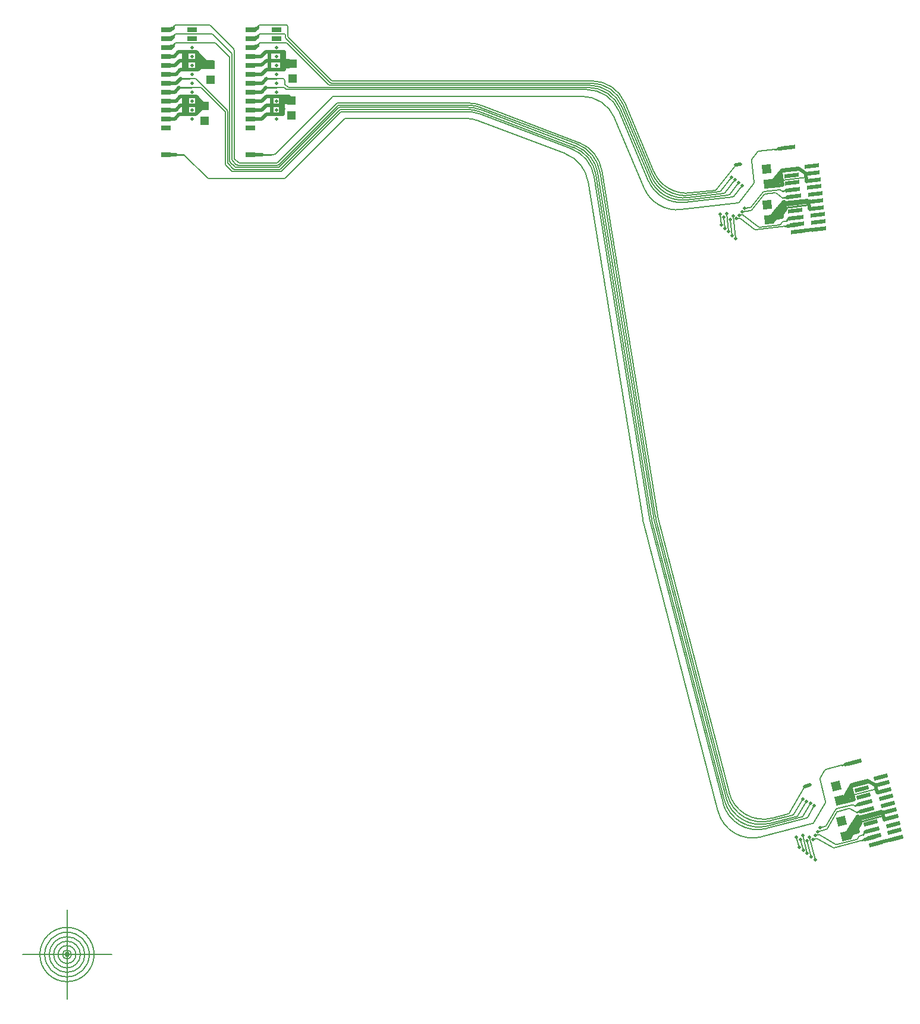
<source format=gbr>
*
G4_C Author: OrCAD GerbTool(tm) 8.1.1 Thu Jun 19 00:04:30 2003*
G4 Mass Parameters *
G4 Image *
G4 Aperture Definitions *
G4 Plot Data *
G4 Mass Parameters *
G4 Image *
G4 Aperture Definitions *
G4 Plot Data *
G4 Mass Parameters *
G4 Image *
G4 Aperture Definitions *
G4 Plot Data *
G4 Mass Parameters *
G4 Image *
G4 Aperture Definitions *
G4 Plot Data *
G4 Mass Parameters *
G4 Image *
G4 Aperture Definitions *
G4 Plot Data *
G4 Mass Parameters *
G4 Image *
G4 Aperture Definitions *
G4 Plot Data *
G4 Mass Parameters *
G4 Image *
G4 Aperture Definitions *
G4 Plot Data *
G4 Mass Parameters *
G4 Image *
G4 Aperture Definitions *
G4 Plot Data *
%LPD*%
%FSLAX34Y34*%
%MOIN*%
%AD*%
%AMD25R98*
20,1,0.025000,0.000000,-0.035000,0.000000,0.035000,98.600000*
%
%AMD10R98*
20,1,0.050000,-0.025000,0.000000,0.025000,0.000000,98.600000*
%
%AMD25R98N2*
20,1,0.025000,0.000000,-0.035000,0.000000,0.035000,98.600000*
%
%AMD10R98N2*
20,1,0.050000,-0.025000,0.000000,0.025000,0.000000,98.600000*
%
%AMD25R86*
20,1,0.025000,0.000000,-0.035000,0.000000,0.035000,86.080000*
%
%AMD10R86*
20,1,0.050000,-0.025000,0.000000,0.025000,0.000000,86.080000*
%
%AMD16R5*
20,1,0.025000,-0.035000,0.000000,0.035000,0.000000,5.450000*
%
%AMD10R5*
20,1,0.050000,-0.025000,0.000000,0.025000,0.000000,5.450000*
%
%AMD16R5N2*
20,1,0.025000,-0.035000,0.000000,0.035000,0.000000,5.450000*
%
%AMD10R5N2*
20,1,0.050000,-0.025000,0.000000,0.025000,0.000000,5.450000*
%
%AMD31R3*
20,1,0.025000,0.034920,-0.002390,-0.034920,0.002390,3.950000*
%
%AMD32R3*
20,1,0.050000,-0.001710,-0.024940,0.001710,0.024940,3.950000*
%
%AMD31R3N2*
20,1,0.025000,0.034920,-0.002390,-0.034920,0.002390,3.910000*
%
%AMD32R3N2*
20,1,0.050000,-0.001710,-0.024940,0.001710,0.024940,3.910000*
%
%AMD31R3N3*
20,1,0.025000,0.034920,-0.002390,-0.034920,0.002390,3.920000*
%
%AMD32R3N3*
20,1,0.050000,-0.001710,-0.024940,0.001710,0.024940,3.920000*
%
%AMD29R104*
20,1,0.022000,0.000000,-0.040000,0.000000,0.040000,104.500000*
%
%AMD42R104*
20,1,0.050000,-0.025000,0.000000,0.025000,0.000000,104.500000*
%
%AMD29R50*
20,1,0.022000,0.000000,-0.040000,0.000000,0.040000,50.800000*
%
%AMD42R50*
20,1,0.050000,-0.025000,0.000000,0.025000,0.000000,50.800000*
%
%AMD29R96*
20,1,0.022000,0.000000,-0.040000,0.000000,0.040000,96.600000*
%
%AMD42R96*
20,1,0.050000,-0.025000,0.000000,0.025000,0.000000,96.600000*
%
%AMD29R104N2*
20,1,0.022000,0.000000,-0.040000,0.000000,0.040000,104.500000*
%
%AMD42R104N2*
20,1,0.050000,-0.025000,0.000000,0.025000,0.000000,104.500000*
%
%AMD29R96N2*
20,1,0.022000,0.000000,-0.040000,0.000000,0.040000,96.600000*
%
%AMD42R96N2*
20,1,0.050000,-0.025000,0.000000,0.025000,0.000000,96.600000*
%
%ADD10R,0.050000X0.050000*%
%ADD11C,0.006000*%
%ADD12C,0.019000*%
%ADD13C,0.007900*%
%ADD14C,0.005000*%
%ADD15C,0.000800*%
%ADD16R,0.070000X0.025000*%
%ADD17R,0.068000X0.023000*%
%ADD18C,0.006000*%
%ADD19C,0.009800*%
%ADD20C,0.010000*%
%ADD21C,0.030000*%
%ADD22C,0.060000*%
%ADD23C,0.035000*%
%ADD24C,0.055000*%
%ADD25R,0.025000X0.070000*%
%ADD26D25R98*%
%ADD27R,0.029000X0.058000*%
%ADD28R,0.031000X0.060000*%
%ADD29R,0.022000X0.080000*%
%ADD30R,0.024000X0.082000*%
%ADD31R,0.030000X0.030000*%
%ADD32D10R86*%
%ADD33D16R5*%
%ADD34D10R5*%
%ADD35D16R5N2*%
%ADD36D10R5N2*%
%ADD37D31R3*%
%ADD38D32R3*%
%ADD39R,0.070000X0.025000*%
%ADD40D32R3N2*%
%ADD41R,0.070000X0.025000*%
%ADD42R,0.050000X0.050000*%
%ADD43D29R104*%
%ADD44D42R104*%
%ADD45D29R50*%
%ADD46D42R50*%
%ADD47D29R96*%
%ADD48D42R96*%
%ADD49D29R104N2*%
%ADD50D42R104N2*%
%ADD51D29R96N2*%
%ADD52D42R96N2*%
%ADD256R,0.058000X0.029000*%
G4_C OrCAD GerbTool Tool List *
G54D14*
G1X-6380Y-2895D2*
G1X-1380Y-2895D1*
G1X-3880Y-5395D2*
G1X-3880Y-395D1*
G1X-6380Y-2895D2*
G1X-1380Y-2895D1*
G1X-3880Y-5395D2*
G1X-3880Y-395D1*
G1X-3880Y-3895D2*
G3X-2880Y-2895I0J1000D1*
G1X-4880Y-2895D2*
G3X-3880Y-3895I1000J0D1*
G1X-3880Y-1895D2*
G3X-4880Y-2895I0J1000D1*
G1X-2880Y-2895D2*
G3X-3880Y-1895I1000J0D1*
G1X-3880Y-4415D2*
G3X-2360Y-2895I0J1520D1*
G1X-5400Y-2895D2*
G3X-3880Y-4415I1520J0D1*
G1X-3880Y-1374D2*
G3X-5401Y-2895I0J1521D1*
G1X-2359Y-2895D2*
G3X-3880Y-1374I1521J0D1*
G1X-3880Y-3145D2*
G3X-3630Y-2895I0J250D1*
G1X-4130Y-2895D2*
G3X-3880Y-3145I250J0D1*
G1X-3880Y-2645D2*
G3X-4130Y-2895I0J250D1*
G1X-3630Y-2895D2*
G3X-3880Y-2645I250J0D1*
G1X-3880Y-3145D2*
G3X-3630Y-2895I0J250D1*
G1X-4130Y-2895D2*
G3X-3880Y-3145I250J0D1*
G1X-3880Y-2645D2*
G3X-4130Y-2895I0J250D1*
G1X-3630Y-2895D2*
G3X-3880Y-2645I250J0D1*
G1X-3880Y-3645D2*
G3X-3130Y-2895I0J750D1*
G1X-4630Y-2895D2*
G3X-3880Y-3645I750J0D1*
G1X-3880Y-2145D2*
G3X-4630Y-2895I0J750D1*
G1X-3130Y-2895D2*
G3X-3880Y-2145I750J0D1*
G1X-3880Y-3395D2*
G3X-3380Y-2895I0J500D1*
G1X-4380Y-2895D2*
G3X-3880Y-3395I500J0D1*
G1X-3880Y-2395D2*
G3X-4380Y-2895I0J500D1*
G1X-3380Y-2895D2*
G3X-3880Y-2395I500J0D1*
G1X-3880Y-3395D2*
G3X-3380Y-2895I0J500D1*
G1X-4380Y-2895D2*
G3X-3880Y-3395I500J0D1*
G1X-3880Y-2395D2*
G3X-4380Y-2895I0J500D1*
G1X-3380Y-2895D2*
G3X-3880Y-2395I500J0D1*
G1X-3880Y-4145D2*
G3X-2630Y-2895I0J1250D1*
G1X-5130Y-2895D2*
G3X-3880Y-4145I1250J0D1*
G1X-3880Y-1645D2*
G3X-5130Y-2895I0J1250D1*
G1X-2630Y-2895D2*
G3X-3880Y-1645I1250J0D1*
G1X-3880Y-4415D2*
G3X-2360Y-2895I0J1520D1*
G1X-5400Y-2895D2*
G3X-3880Y-4415I1520J0D1*
G1X-3880Y-1374D2*
G3X-5401Y-2895I0J1521D1*
G1X-2359Y-2895D2*
G3X-3880Y-1374I1521J0D1*
G1X-3880Y-4145D2*
G3X-2630Y-2895I0J1250D1*
G1X-5130Y-2895D2*
G3X-3880Y-4145I1250J0D1*
G1X-3880Y-1645D2*
G3X-5130Y-2895I0J1250D1*
G1X-2630Y-2895D2*
G3X-3880Y-1645I1250J0D1*
G1X-3880Y-3645D2*
G3X-3130Y-2895I0J750D1*
G1X-4630Y-2895D2*
G3X-3880Y-3645I750J0D1*
G1X-3880Y-2145D2*
G3X-4630Y-2895I0J750D1*
G1X-3130Y-2895D2*
G3X-3880Y-2145I750J0D1*
G1X-3880Y-3895D2*
G3X-2880Y-2895I0J1000D1*
G1X-4880Y-2895D2*
G3X-3880Y-3895I1000J0D1*
G1X-3880Y-1895D2*
G3X-4880Y-2895I0J1000D1*
G1X-2880Y-2895D2*
G3X-3880Y-1895I1000J0D1*
G54D21*
G1X-3880Y-2895D3*
G1X7566Y41929D2*
G54D20*
G1X7057Y41929D1*
G1X8249Y44189D2*
G54D12*
G1X8249Y44662D1*
G1X8249Y44307D2*
G1X8249Y44779D1*
G1X8302Y46684D2*
G1X8303Y47158D1*
G1X8220Y46179D2*
G54D11*
G1X7632Y46178D1*
G1X8320Y46079D2*
G75*
G3X8220Y46179I-100J0D1*
G74*
G1X7715Y41929D2*
G1X7453Y41929D1*
G1X7785Y41958D2*
G75*
G2X7715Y41929I-71J71D1*
G74*
G1X6997Y47429D2*
G54D12*
G1X6421Y47428D1*
G1X6997Y47429D2*
G1X7251Y47681D1*
G1X6552Y46428D2*
G1X7047Y46428D1*
G1X7298Y46680D1*
G1X6559Y45927D2*
G1X7058Y45927D1*
G1X7044Y44930D2*
G1X6497Y44930D1*
G1X6496Y44430D2*
G1X7043Y44430D1*
G1X7294Y44680D1*
G1X7030Y45429D2*
G1X7281Y45680D1*
G1X7295Y45180D2*
G1X7044Y44930D1*
G1X7285Y44180D2*
G1X7037Y43930D1*
G1X7058Y45927D2*
G1X7311Y46180D1*
G1X7042Y46932D2*
G1X6469Y46932D1*
G1X7290Y47180D2*
G1X7042Y46932D1*
G1X11005Y46049D2*
G75*
G54D11*
G2X10935Y46078I0J100D1*
G74*
G1X10933Y45929D2*
G75*
G2X10863Y45958I0J100D1*
G74*
G1X10852Y45809D2*
G75*
G2X10782Y45838I0J100D1*
G74*
G1X10987Y45160D2*
G1X7785Y41958D1*
G1X11057Y45189D2*
G75*
G3X10987Y45160I0J-100D1*
G74*
G1X11298Y44809D2*
G75*
G3X11228Y44780I0J-100D1*
G74*
G1X11286Y44660D2*
G75*
G2X11356Y44689I71J-71D1*
G74*
G1X11413Y44569D2*
G75*
G3X11343Y44540I0J-100D1*
G74*
G1X11406Y44420D2*
G75*
G2X11476Y44449I71J-71D1*
G74*
G1X11550Y44329D2*
G75*
G3X11480Y44300I0J-100D1*
G74*
G1X11675Y43920D2*
G75*
G2X11745Y43949I71J-71D1*
G74*
G1X8181Y40999D2*
G1X11480Y44300D1*
G1X8111Y40970D2*
G75*
G3X8181Y40999I0J100D1*
G74*
G1X11406Y44420D2*
G1X8106Y41119D1*
G75*
G2X8036Y41090I-71J71D1*
G74*
G1X8043Y41239D2*
G1X11343Y44540D1*
G1X7973Y41210D2*
G75*
G3X8043Y41239I0J100D1*
G74*
G1X11286Y44660D2*
G1X7986Y41359D1*
G75*
G2X7916Y41330I-71J71D1*
G74*
G1X7928Y41479D2*
G1X11228Y44780D1*
G1X7858Y41450D2*
G75*
G3X7928Y41479I0J100D1*
G74*
G1X8376Y40619D2*
G1X11675Y43920D1*
G1X8306Y40590D2*
G75*
G3X8376Y40619I0J100D1*
G74*
G1X8303Y46679D2*
G54D12*
G1X7298Y46679D1*
G1X7312Y46178D2*
G54D20*
G1X7858Y46179D1*
G1X7281Y45679D2*
G1X7858Y45679D1*
G1X8564Y45179D2*
G54D12*
G1X7295Y45179D1*
G1X8249Y44679D2*
G1X7311Y44679D1*
G1X8249Y44179D2*
G1X7285Y44179D1*
G1X8248Y45679D2*
G54D11*
G1X7601Y45679D1*
G1X8318Y45650D2*
G75*
G3X8248Y45679I-71J-71D1*
G74*
G1X8318Y45650D2*
G1X8370Y45598D1*
G75*
G3X8440Y45569I71J71D1*
G74*
G1X8320Y45926D2*
G1X8320Y46079D1*
G1X8349Y45855D2*
G75*
G2X8320Y45926I71J71D1*
G74*
G1X8349Y45855D2*
G1X8486Y45718D1*
G75*
G3X8556Y45689I71J71D1*
G74*
G1X6497Y45429D2*
G54D12*
G1X7030Y45429D1*
G1X6497Y43929D2*
G1X6998Y43929D1*
G1X7057Y41929D2*
G1X6507Y41929D1*
G1X7867Y46427D3*
G1X7866Y45927D3*
G1X7866Y44428D3*
G1X7866Y46927D3*
G1X7865Y45428D3*
G1X7865Y44928D3*
G1X7866Y43927D3*
G1X7865Y47928D3*
G54D256*
G1X7865Y48428D3*
G1X7867Y48928D3*
G1X6396Y48430D3*
G1X6395Y47929D3*
G1X6395Y47430D3*
G1X6395Y46930D3*
G1X6395Y46429D3*
G1X6396Y45929D3*
G1X6396Y45429D3*
G1X6395Y44928D3*
G1X6396Y44429D3*
G1X6395Y43930D3*
G1X6396Y43429D3*
G1X6395Y41929D3*
G1X6396Y48929D3*
G1X6678Y47825D2*
G54D11*
G1X6808Y47931D1*
G1X6678Y48037D1*
G1X6684Y47931D2*
G1X6808Y47931D1*
G1X6679Y48325D2*
G1X6809Y48431D1*
G1X6683Y48430D1*
G1X6684Y48931D2*
G1X6810Y48931D1*
G1X6775Y48431D2*
G75*
G3X6874Y48531I0J100D1*
G74*
G1X6810Y48931D2*
G1X6679Y48825D1*
G1X6684Y47931D2*
G1X6808Y47931D1*
G1X6774Y47930D2*
G75*
G3X6874Y48031I0J100D1*
G74*
G1X6809Y48931D2*
G1X6678Y49037D1*
G1X6683Y48931D2*
G1X6809Y48931D1*
G1X6774Y48931D2*
G75*
G3X6874Y49031I0J100D1*
G74*
G1X6807Y48431D2*
G1X6676Y48537D1*
G1X6724Y48475D2*
G1X6849Y48476D1*
G1X6727Y48511D2*
G1X6852Y48511D1*
G1X6732Y48485D2*
G1X6862Y48591D1*
G1X6662Y48536D2*
G1X6788Y48536D1*
G1X6742Y48458D2*
G1X6872Y48564D1*
G1X6676Y49036D2*
G1X6801Y49037D1*
G1X6715Y48977D2*
G1X6841Y48976D1*
G1X6719Y49016D2*
G1X6843Y49016D1*
G1X6872Y49088D2*
G1X6742Y48982D1*
G1X6866Y49046D2*
G1X6736Y48941D1*
G1X6850Y49022D2*
G1X6720Y48916D1*
G1X6716Y48503D2*
G1X6846Y48609D1*
G1X6699Y47988D2*
G1X6829Y48095D1*
G1X6638Y48035D2*
G1X6764Y48036D1*
G1X6732Y47975D2*
G1X6856Y47975D1*
G1X6734Y48008D2*
G1X6860Y48008D1*
G1X6739Y48035D2*
G1X6863Y48035D1*
G1X6734Y47977D2*
G1X6864Y48083D1*
G1X6874Y49031D2*
G1X6875Y49091D1*
G1X6859Y49129D2*
G1X6729Y49023D1*
G1X6747Y48990D2*
G1X6875Y49119D1*
G1X6975Y48186D2*
G75*
G3X6912Y48164I0J-101D1*
G74*
G1X6977Y48686D2*
G75*
G3X6913Y48663I0J-101D1*
G74*
G1X6874Y48067D2*
G1X6873Y48122D1*
G1X6873Y48560D2*
G1X6873Y48615D1*
G1X6873Y48517D2*
G1X6873Y48572D1*
G1X6874Y48022D2*
G1X6874Y48077D1*
G1X6910Y48162D2*
G1X6779Y48055D1*
G1X6973Y48185D2*
G75*
G3X6910Y48162I0J-100D1*
G74*
G1X6775Y48550D2*
G1X6912Y48662D1*
G75*
G2X6976Y48685I63J-77D1*
G74*
G1X6785Y49068D2*
G1X6906Y49167D1*
G75*
G2X6969Y49189I63J-78D1*
G74*
G1X6693Y47871D2*
G1X6693Y47998D1*
G1X6697Y48376D2*
G1X6697Y48503D1*
G1X6693Y48881D2*
G1X6693Y49008D1*
G1X10782Y45838D2*
G1X8465Y48156D1*
G1X8395Y48185D2*
G1X6973Y48185D1*
G1X8465Y48156D2*
G75*
G3X8395Y48185I-71J-71D1*
G74*
G1X10863Y45958D2*
G1X8401Y48420D1*
G75*
G2X8372Y48491I71J71D1*
G74*
G1X8372Y48585D1*
G1X8272Y48685D2*
G1X6976Y48685D1*
G1X8372Y48585D2*
G75*
G3X8272Y48685I-100J0D1*
G74*
G1X10935Y46078D2*
G1X8529Y48484D1*
G75*
G2X8500Y48555I71J71D1*
G74*
G1X8500Y49089D1*
G1X8400Y49189D2*
G1X6969Y49189D1*
G1X8500Y49089D2*
G75*
G3X8400Y49189I-100J0D1*
G74*
G1X7482Y47203D2*
G54D12*
G1X7482Y47676D1*
G1X7480Y46728D2*
G1X7480Y47201D1*
G1X8564Y46861D2*
G1X8176Y46861D1*
G1X8571Y47037D2*
G1X8176Y47037D1*
G1X8303Y47354D2*
G1X8176Y47354D1*
G1X8176Y47539D2*
G1X8302Y47539D1*
G1X7865Y47428D3*
G1X8156Y47198D2*
G1X8156Y47671D1*
G1X8151Y46763D2*
G1X8151Y47236D1*
G1X8303Y47209D2*
G1X8303Y47682D1*
G1X8563Y47177D2*
G1X7290Y47177D1*
G1X7251Y47680D2*
G1X8303Y47680D1*
G54D42*
G1X8703Y44108D3*
G1X8704Y44948D3*
G1X8780Y46172D3*
G1X8781Y47012D3*
G1X2236Y41928D2*
G54D12*
G1X1687Y41928D1*
G1X2646Y41928D2*
G54D20*
G1X2137Y41928D1*
G1X2716Y41897D2*
G75*
G54D11*
G3X2646Y41928I-71J-71D1*
G74*
G1X1950Y47822D2*
G1X2080Y47928D1*
G1X1950Y48035D1*
G1X1970Y48006D2*
G1X1970Y47852D1*
G1X2008Y47983D2*
G1X2007Y47874D1*
G1X1955Y47929D2*
G1X2080Y47928D1*
G1X1950Y48322D2*
G1X2080Y48429D1*
G1X1971Y48506D2*
G1X1970Y48352D1*
G1X2007Y48483D2*
G1X2008Y48375D1*
G1X1955Y48429D2*
G1X2080Y48429D1*
G1X1972Y49006D2*
G1X1971Y48852D1*
G1X2008Y48983D2*
G1X2009Y48875D1*
G1X1957Y48928D2*
G1X2081Y48929D1*
G1X2147Y48584D2*
G75*
G2X2246Y48684I100J0D1*
G74*
G1X2147Y48528D2*
G1X2147Y48584D1*
G1X2046Y48429D2*
G75*
G3X2147Y48528I0J100D1*
G74*
G1X1955Y47929D2*
G1X2080Y47928D1*
G1X2146Y48083D2*
G75*
G2X2246Y48183I100J0D1*
G74*
G1X2147Y48029D2*
G1X2146Y48083D1*
G1X2046Y47929D2*
G75*
G3X2147Y48029I0J100D1*
G74*
G1X2080Y48929D2*
G1X1950Y49035D1*
G1X1956Y48929D2*
G1X2080Y48929D1*
G1X2046Y48928D2*
G75*
G3X2146Y49029I0J100D1*
G74*
G1X2078Y48428D2*
G1X1949Y48535D1*
G1X1995Y48474D2*
G1X2120Y48473D1*
G1X1999Y48509D2*
G1X2124Y48509D1*
G1X2046Y48548D2*
G1X2176Y48654D1*
G1X2004Y48483D2*
G1X2134Y48589D1*
G1X1935Y48534D2*
G1X2059Y48533D1*
G1X2013Y48456D2*
G1X2143Y48562D1*
G1X1948Y49035D2*
G1X2074Y49035D1*
G1X1988Y48975D2*
G1X2112Y48975D1*
G1X1990Y49014D2*
G1X2115Y49013D1*
G1X2144Y49086D2*
G1X2014Y48979D1*
G1X2137Y49045D2*
G1X2007Y48939D1*
G1X2122Y49020D2*
G1X1992Y48914D1*
G1X1987Y48500D2*
G1X2117Y48607D1*
G1X2051Y48053D2*
G1X2181Y48159D1*
G1X1970Y47987D2*
G1X2100Y48093D1*
G1X1911Y48034D2*
G1X2035Y48034D1*
G1X2003Y47973D2*
G1X2128Y47973D1*
G1X2006Y48006D2*
G1X2131Y48006D1*
G1X2010Y48033D2*
G1X2135Y48032D1*
G1X2005Y47974D2*
G1X2135Y48081D1*
G1X2146Y49029D2*
G1X2146Y49089D1*
G75*
G2X2247Y49189I100J0D1*
G74*
G1X2188Y49172D2*
G1X2058Y49066D1*
G1X2132Y49127D2*
G1X2002Y49021D1*
G1X2127Y47426D2*
G54D12*
G1X1550Y47427D1*
G1X2127Y47426D2*
G1X2379Y47678D1*
G1X2019Y48988D2*
G54D11*
G1X2147Y49117D1*
G1X1680Y46426D2*
G54D12*
G1X2176Y46426D1*
G1X1688Y45926D2*
G1X2188Y45926D1*
G1X1626Y43928D2*
G1X2126Y43928D1*
G1X2174Y44928D2*
G1X1626Y44927D1*
G1X1626Y44428D2*
G1X2172Y44428D1*
G1X1626Y45428D2*
G1X2160Y45428D1*
G1X2409Y45678D1*
G1X2415Y44178D2*
G1X2165Y43928D1*
G1X2171Y46929D2*
G1X1599Y46930D1*
G1X2419Y47178D2*
G1X2171Y46929D1*
G1X1962Y48832D2*
G54D11*
G1X2092Y48939D1*
G1X2540Y46178D2*
G54D20*
G1X2986Y46177D1*
G1X3839Y44678D2*
G54D12*
G1X3339Y44178D1*
G1X3811Y44728D2*
G1X3362Y45178D1*
G1X2225Y46426D2*
G1X2477Y46678D1*
G1X2221Y44428D2*
G1X2472Y44678D1*
G1X2472Y45177D2*
G1X2223Y44928D1*
G1X2237Y45926D2*
G1X2489Y46179D1*
G1X5788Y41449D2*
G75*
G54D11*
G2X5718Y41478I0J100D1*
G74*
G1X5618Y41358D2*
G75*
G3X5689Y41329I71J71D1*
G74*
G1X5591Y41209D2*
G75*
G2X5520Y41238I0J100D1*
G74*
G1X5446Y41118D2*
G75*
G3X5516Y41089I71J71D1*
G74*
G1X5417Y40969D2*
G75*
G2X5347Y40998I0J100D1*
G74*
G1X5004Y41382D2*
G75*
G3X5033Y41312I100J0D1*
G74*
G1X5153Y41411D2*
G75*
G2X5124Y41481I71J71D1*
G74*
G1X5273Y41487D2*
G75*
G2X5244Y41557I71J71D1*
G74*
G1X5364Y41655D2*
G75*
G3X5393Y41585I100J0D1*
G74*
G1X5516Y41680D2*
G75*
G2X5487Y41750I71J71D1*
G74*
G1X5004Y41382D2*
G1X5004Y44287D1*
G75*
G3X4975Y44357I-100J0D1*
G74*
G1X5124Y41481D2*
G1X5124Y44337D1*
G75*
G3X5095Y44407I-100J0D1*
G74*
G1X4975Y44357D2*
G1X3682Y45649D1*
G1X3612Y45678D2*
G1X2762Y45678D1*
G1X3682Y45649D2*
G75*
G3X3612Y45678I-71J-71D1*
G74*
G1X5095Y44407D2*
G1X3353Y46149D1*
G1X3283Y46178D2*
G1X2761Y46178D1*
G1X3353Y46149D2*
G75*
G3X3283Y46178I-71J-71D1*
G74*
G1X5244Y41557D2*
G1X5244Y47332D1*
G75*
G3X5215Y47402I-100J0D1*
G74*
G1X5364Y41655D2*
G1X5364Y47552D1*
G75*
G3X5335Y47622I-100J0D1*
G74*
G1X5487Y41750D2*
G1X5487Y47788D1*
G75*
G3X5458Y47858I-100J0D1*
G74*
G1X5215Y47402D2*
G1X4464Y48154D1*
G75*
G3X4394Y48183I-71J-71D1*
G74*
G1X5335Y47622D2*
G1X4304Y48654D1*
G75*
G3X4234Y48683I-71J-71D1*
G74*
G1X5458Y47858D2*
G1X4157Y49159D1*
G75*
G3X4087Y49188I-71J-71D1*
G74*
G1X3339Y44178D2*
G54D12*
G1X2415Y44178D1*
G1X3788Y44678D2*
G1X2455Y44678D1*
G1X3362Y45178D2*
G1X2455Y45177D1*
G1X3086Y45678D2*
G54D20*
G1X2455Y45678D1*
G1X3447Y47178D2*
G54D12*
G1X2419Y47178D1*
G1X4234Y48683D2*
G54D11*
G1X2246Y48683D1*
G1X4087Y49188D2*
G1X2247Y49188D1*
G1X4394Y48183D2*
G1X2245Y48183D1*
G1X3996Y40618D2*
G75*
G3X4066Y40589I71J71D1*
G74*
G54D12*
G1X3128Y46425D3*
G1X3127Y45925D3*
G1X3127Y44426D3*
G1X3127Y46925D3*
G1X3126Y47426D3*
G1X3126Y45426D3*
G1X3126Y44926D3*
G1X3127Y43925D3*
G1X3126Y47926D3*
G54D256*
G1X3126Y48426D3*
G1X3128Y48926D3*
G1X1656Y48428D3*
G1X1655Y47927D3*
G1X1655Y47428D3*
G1X1655Y46928D3*
G1X1655Y46427D3*
G1X1656Y45927D3*
G1X1656Y45427D3*
G1X1655Y44926D3*
G1X1656Y44427D3*
G1X1655Y43928D3*
G1X1656Y43427D3*
G1X1655Y41926D3*
G1X1656Y48927D3*
G1X2419Y47678D2*
G54D12*
G1X3361Y47678D1*
G54D42*
G1X3838Y43818D3*
G1X3839Y44658D3*
G1X4157Y46122D3*
G1X4158Y46962D3*
G1X3452Y47116D2*
G54D12*
G1X4312Y47116D1*
G1X3812Y47228D2*
G1X3363Y47678D1*
G1X4064Y46974D2*
G1X3615Y47424D1*
G1X3452Y46807D2*
G1X4312Y46807D1*
G1X3400Y46971D2*
G1X4260Y46971D1*
G1X3989Y46930D2*
G1X3540Y47380D1*
G1X3546Y46793D2*
G1X3546Y47470D1*
G1X3393Y46678D2*
G1X3393Y47628D1*
G1X3923Y47122D2*
G1X3473Y46678D1*
G1X3455Y46677D2*
G1X2500Y46677D1*
G1X2865Y44200D2*
G1X2865Y45150D1*
G1X2682Y44207D2*
G1X2682Y45157D1*
G1X2847Y46694D2*
G1X2847Y47644D1*
G1X2662Y46680D2*
G1X2662Y47630D1*
G1X3387Y45147D2*
G1X3387Y44248D1*
G1X3545Y44978D2*
G1X3545Y44478D1*
G1X7858Y41450D2*
G54D11*
G1X5787Y41450D1*
G1X5717Y41479D2*
G1X5516Y41680D1*
G1X5787Y41450D2*
G75*
G2X5717Y41479I0J100D1*
G74*
G1X7916Y41330D2*
G1X5687Y41330D1*
G1X5616Y41360D2*
G1X5393Y41585D1*
G1X5687Y41330D2*
G75*
G2X5616Y41360I0J100D1*
G74*
G1X7973Y41210D2*
G1X5589Y41210D1*
G1X5518Y41240D2*
G1X5273Y41487D1*
G1X5589Y41210D2*
G75*
G2X5518Y41240I0J100D1*
G74*
G1X8036Y41090D2*
G1X5515Y41090D1*
G1X5445Y41119D2*
G1X5153Y41411D1*
G1X5515Y41090D2*
G75*
G2X5445Y41119I0J100D1*
G74*
G1X8111Y40970D2*
G1X5416Y40970D1*
G1X5346Y40999D2*
G1X5033Y41312D1*
G1X5416Y40970D2*
G75*
G2X5346Y40999I0J100D1*
G74*
G1X8306Y40590D2*
G1X4065Y40590D1*
G1X3995Y40619D2*
G1X2716Y41897D1*
G1X4065Y40590D2*
G75*
G2X3995Y40619I0J100D1*
G74*
G1X7614Y44627D2*
G54D12*
G1X7614Y45099D1*
G1X7614Y44183D2*
G1X7614Y44656D1*
G1X8250Y44492D2*
G1X8114Y44492D1*
G1X8114Y44329D2*
G1X8249Y44329D1*
G1X8563Y44837D2*
G1X8114Y44837D1*
G1X8114Y44999D2*
G1X8563Y44999D1*
G1X8114Y44186D2*
G1X8114Y44659D1*
G1X8114Y44700D2*
G1X8114Y45173D1*
G1X25543Y46049D2*
G54D11*
G1X11005Y46049D1*
G1X27386Y44827D2*
G75*
G3X25543Y46049I-1842J-778D1*
G74*
G1X10933Y45929D2*
G1X25464Y45929D1*
G1X25464Y45929D2*
G75*
G2X27306Y44707I0J-2003D1*
G74*
G1X25384Y45809D2*
G1X10852Y45809D1*
G1X27226Y44587D2*
G75*
G3X25384Y45809I-1842J-778D1*
G74*
G1X8556Y45689D2*
G1X25304Y45689D1*
G1X25304Y45689D2*
G75*
G2X27147Y44467I0J-2003D1*
G74*
G1X25225Y45569D2*
G1X8440Y45569D1*
G1X27067Y44347D2*
G75*
G3X25225Y45569I-1842J-778D1*
G74*
G1X11057Y45189D2*
G1X24973Y45189D1*
G1X24973Y45189D2*
G75*
G2X26815Y43967I0J-2003D1*
G74*
G1X18626Y44809D2*
G1X11298Y44809D1*
G1X19336Y44678D2*
G75*
G3X18626Y44809I-710J-1871D1*
G74*
G1X18604Y44689D2*
G1X11356Y44689D1*
G1X19314Y44558D2*
G75*
G3X18604Y44689I-710J-1871D1*
G74*
G1X11413Y44569D2*
G1X18582Y44569D1*
G1X18582Y44569D2*
G75*
G2X19292Y44438I0J-1965D1*
G74*
G1X18559Y44449D2*
G1X11476Y44449D1*
G1X19269Y44318D2*
G75*
G3X18559Y44449I-710J-1870D1*
G74*
G1X11550Y44329D2*
G1X18538Y44329D1*
G1X18538Y44329D2*
G75*
G2X19248Y44198I0J-1965D1*
G74*
G1X11745Y43949D2*
G1X18468Y43949D1*
G1X18468Y43949D2*
G75*
G2X19178Y43818I0J-1965D1*
G74*
G1X24060Y41964D1*
G1X24060Y41964D2*
G75*
G2X25324Y40414I-710J-1869D1*
G74*
G1X19248Y44198D2*
G1X24400Y42241D1*
G1X24400Y42241D2*
G75*
G2X25664Y40691I-710J-1869D1*
G74*
G1X24507Y42329D2*
G1X19269Y44318D1*
G1X25771Y40779D2*
G75*
G3X24507Y42329I-1989J-322D1*
G74*
G1X19292Y44438D2*
G1X24614Y42416D1*
G1X24614Y42416D2*
G75*
G2X25879Y40867I-710J-1869D1*
G74*
G1X24722Y42504D2*
G1X19314Y44558D1*
G1X25986Y40954D2*
G75*
G3X24722Y42504I-1989J-322D1*
G74*
G1X19336Y44678D2*
G1X24829Y42591D1*
G1X24829Y42591D2*
G75*
G2X26093Y41042I-710J-1869D1*
G74*
G1X29228Y21686D1*
G1X29228Y21686D2*
G75*
G3X29266Y21505I1996J324D1*
G74*
G1X29111Y21662D2*
G1X25986Y40954D1*
G1X29149Y21481D2*
G75*
G2X29111Y21662I1936J500D1*
G74*
G1X25879Y40867D2*
G1X28993Y21636D1*
G1X28993Y21636D2*
G75*
G3X29031Y21455I1995J323D1*
G74*
G1X28876Y21609D2*
G1X25771Y40779D1*
G1X28914Y21428D2*
G75*
G2X28876Y21609I1935J500D1*
G74*
G1X25664Y40691D2*
G1X28758Y21589D1*
G1X28758Y21589D2*
G75*
G3X28796Y21408I1995J323D1*
G74*
G1X28385Y21511D2*
G1X25324Y40414D1*
G1X28423Y21330D2*
G75*
G2X28385Y21511I1937J500D1*
G74*
G1X33224Y6201D2*
G1X29266Y21505D1*
G1X40217Y7879D2*
G54D12*
G1X39733Y7754D1*
G1X40020Y7828D2*
G54D20*
G1X39527Y7701D1*
G1X38611Y7434D2*
G75*
G54D11*
G2X38672Y7480I87J-51D1*
G74*
G54D12*
G1X37735Y3688D3*
G1X38059Y2430D3*
G1X38060Y2430D2*
G54D11*
G1X37735Y3688D1*
G1X40183Y4253D2*
G54D12*
G1X40485Y4764D1*
G1X40460Y4448D2*
G1X40247Y4086D1*
G1X40218Y4193D3*
G1X41424Y4125D2*
G1X40859Y3979D1*
G1X40834Y3981D2*
G54D20*
G1X40735Y3815D1*
G1X40961Y5633D2*
G54D12*
G1X40477Y5508D1*
G1X40764Y5582D2*
G54D20*
G1X40271Y5455D1*
G1X40883Y5205D2*
G1X40370Y5072D1*
G1X40576Y5126D2*
G54D12*
G1X41060Y5251D1*
G1X40873Y3538D2*
G54D11*
G1X40864Y3524D1*
G1X40191Y5480D2*
G1X40256Y5442D1*
G1X40116Y5491D2*
G75*
G2X40191Y5480I25J-97D1*
G74*
G1X40350Y5065D2*
G1X39999Y5272D1*
G75*
G3X39923Y5283I-51J-87D1*
G74*
G1X39535Y7703D2*
G1X38672Y7480D1*
G1X42214Y3514D2*
G54D12*
G1X41649Y3368D1*
G1X39330Y5130D2*
G54D11*
G1X39923Y5283D1*
G1X39269Y5084D2*
G75*
G2X39330Y5130I87J-51D1*
G74*
G1X39263Y5270D2*
G1X40116Y5491D1*
G1X39202Y5225D2*
G75*
G2X39263Y5270I87J-51D1*
G74*
G1X40730Y3801D2*
G1X40567Y3759D1*
G75*
G3X40506Y3713I25J-96D1*
G74*
G1X40438Y3597D1*
G75*
G2X40377Y3552I-87J51D1*
G74*
G1X39284Y3269D1*
G75*
G2X39209Y3279I-25J97D1*
G74*
G1X40464Y3990D2*
G54D12*
G1X39726Y3800D1*
G1X39858Y3931D2*
G1X40160Y4442D1*
G1X40027Y3929D2*
G1X40329Y4440D1*
G1X39984Y3657D2*
G1X40286Y4167D1*
G1X37364Y5820D3*
G1X37577Y5694D3*
G1X37791Y5568D3*
G1X38004Y5443D3*
G1X37618Y4786D2*
G75*
G54D11*
G2X37556Y4740I-87J51D1*
G74*
G54D12*
G1X38325Y4202D3*
G1X38199Y3988D3*
G1X38074Y3775D3*
G1X37948Y3562D3*
G1X38004Y5442D2*
G54D11*
G1X37620Y4789D1*
G1X37620Y4789D2*
G75*
G2X37559Y4743I-87J51D1*
G74*
G1X39202Y5225D2*
G1X38674Y4322D1*
G1X38612Y4276D2*
G1X38325Y4202D1*
G1X38674Y4322D2*
G75*
G2X38612Y4276I-87J51D1*
G74*
G1X39269Y5084D2*
G1X38727Y4156D1*
G1X38666Y4109D2*
G1X38199Y3988D1*
G1X38727Y4156D2*
G75*
G2X38666Y4109I-86J50D1*
G74*
G1X37950Y3553D2*
G1X38124Y3598D1*
G75*
G2X38199Y3587I25J-97D1*
G74*
G1X38074Y3775D2*
G1X38238Y3818D1*
G1X38314Y3807D2*
G1X39209Y3279D1*
G1X38238Y3818D2*
G75*
G2X38314Y3807I25J-97D1*
G74*
G1X37975Y4486D2*
G75*
G2X37914Y4440I-87J51D1*
G74*
G1X37478Y6501D2*
G1X36608Y5023D1*
G1X36608Y5023D2*
G75*
G2X36547Y4977I-87J51D1*
G74*
G1X36862Y4966D2*
G1X37364Y5820D1*
G1X36800Y4920D2*
G75*
G3X36862Y4966I-25J97D1*
G74*
G1X37577Y5694D2*
G1X37115Y4906D1*
G1X37115Y4906D2*
G75*
G2X37053Y4860I-87J51D1*
G74*
G1X37368Y4847D2*
G1X37791Y5568D1*
G1X37306Y4802D2*
G75*
G3X37368Y4847I-25J97D1*
G74*
G54D12*
G1X37014Y3684D3*
G1X37227Y3557D3*
G1X37847Y2557D2*
G54D11*
G1X37610Y3476D1*
G54D12*
G1X37610Y3474D3*
G1X37353Y3771D3*
G1X37605Y2788D3*
G1X37227Y3557D2*
G54D11*
G1X37393Y2914D1*
G1X37353Y3771D2*
G1X37607Y2789D1*
G1X37169Y3079D2*
G1X37013Y3683D1*
G54D12*
G1X37387Y2933D3*
G1X37839Y2583D3*
G1X37163Y3098D3*
G1X40748Y3523D2*
G54D11*
G1X39092Y3094D1*
G1X39017Y3105D2*
G1X38199Y3587D1*
G1X39092Y3094D2*
G75*
G2X39017Y3105I-25J97D1*
G74*
G1X40654Y3498D2*
G54D20*
G1X40840Y3546D1*
G1X41387Y3688D2*
G54D12*
G1X40823Y3542D1*
G1X37975Y4486D2*
G54D11*
G1X38634Y5607D1*
G75*
G3X38644Y5682I-87J51D1*
G74*
G1X38329Y6900D1*
G1X38340Y6975D2*
G1X38611Y7434D1*
G1X38329Y6900D2*
G75*
G2X38340Y6975I97J25D1*
G74*
G54D49*
G1X42614Y3621D3*
G1X42515Y4003D3*
G1X42417Y4384D3*
G1X42318Y4764D3*
G1X42219Y5146D3*
G1X42121Y5526D3*
G1X42022Y5908D3*
G1X41924Y6289D3*
G1X41825Y6671D3*
G1X41727Y7051D3*
G1X41451Y3320D3*
G1X41352Y3702D3*
G1X41254Y4082D3*
G1X41155Y4464D3*
G1X41057Y4845D3*
G1X40958Y5225D3*
G1X40860Y5607D3*
G1X40761Y5988D3*
G1X40662Y6370D3*
G1X40269Y7893D3*
G1X41540Y6174D2*
G54D12*
G1X41434Y6584D1*
G1X40239Y5788D2*
G1X39709Y5651D1*
G1X40239Y5787D2*
G1X40069Y6444D1*
G1X39792Y5824D2*
G1X40078Y6306D1*
G1X39729Y5990D2*
G1X40087Y6598D1*
G1X40185Y5968D2*
G1X39655Y5831D1*
G1X40180Y6045D2*
G1X39651Y5908D1*
G1X41498Y6380D2*
G54D18*
G1X40203Y6045D1*
G1X41405Y6601D2*
G54D12*
G1X41019Y6829D1*
G1X41040Y6792D2*
G1X40140Y6559D1*
G1X40090Y6599D2*
G1X41006Y6836D1*
G1X41934Y4649D2*
G1X41827Y5060D1*
G1X40589Y4450D2*
G1X40483Y4861D1*
G1X40087Y4320D2*
G1X40433Y4862D1*
G1X40465Y3990D2*
G1X40359Y4400D1*
G1X40589Y4450D2*
G1X40375Y4088D1*
G1X40485Y4314D2*
G1X40379Y4725D1*
G54D49*
G1X40941Y4815D3*
G1X41531Y4967D3*
G1X41761Y5188D2*
G54D20*
G1X40502Y4863D1*
G1X41810Y4876D2*
G54D19*
G1X40590Y4560D1*
G54D50*
G1X39751Y3753D3*
G1X39542Y4567D3*
G1X39433Y5736D3*
G1X39224Y6549D3*
G1X37479Y6503D2*
G75*
G54D11*
G2X37540Y6550I87J-51D1*
G74*
G1X37755Y6601D2*
G54D12*
G1X37481Y6530D1*
G1X37540Y6547D2*
G54D20*
G1X37617Y6567D1*
G1X36489Y42300D2*
G54D12*
G1X35993Y42242D1*
G1X36287Y42276D2*
G54D20*
G1X35781Y42218D1*
G1X34837Y42079D2*
G75*
G54D11*
G2X34904Y42116I79J-62D1*
G74*
G54D12*
G1X33454Y38490D3*
G1X33602Y37198D3*
G1X33603Y37198D2*
G54D11*
G1X33454Y38490D1*
G1X35957Y38713D2*
G54D12*
G1X36326Y39177D1*
G1X36258Y38868D2*
G1X35997Y38538D1*
G1X35984Y38648D3*
G1X37168Y38415D2*
G1X36589Y38348D1*
G1X36564Y38353D2*
G54D20*
G1X36444Y38202D1*
G1X36918Y39973D2*
G54D12*
G1X36421Y39915D1*
G1X36715Y39949D2*
G54D20*
G1X36209Y39891D1*
G1X36781Y39559D2*
G1X36255Y39498D1*
G1X36466Y39523D2*
G54D12*
G1X36963Y39580D1*
G1X36542Y37910D2*
G54D11*
G1X36532Y37896D1*
G1X36134Y39926D2*
G1X36192Y39881D1*
G1X36061Y39948D2*
G75*
G2X36134Y39926I12J-99D1*
G74*
G1X36234Y39494D2*
G1X35915Y39747D1*
G75*
G3X35841Y39769I-62J-79D1*
G74*
G1X35789Y42219D2*
G1X34904Y42116D1*
G1X37867Y37702D2*
G54D12*
G1X37288Y37635D1*
G1X35233Y39698D2*
G54D11*
G1X35841Y39769D1*
G1X35166Y39661D2*
G75*
G2X35233Y39698I79J-62D1*
G74*
G1X35186Y39847D2*
G1X36061Y39948D1*
G1X35118Y39810D2*
G75*
G2X35186Y39847I79J-62D1*
G74*
G1X36436Y38189D2*
G1X36269Y38170D1*
G75*
G3X36202Y38133I11J-98D1*
G74*
G1X36120Y38028D1*
G75*
G2X36053Y37991I-79J62D1*
G74*
G1X34931Y37861D1*
G75*
G2X34858Y37882I-12J99D1*
G74*
G1X36199Y38414D2*
G54D12*
G1X35442Y38326D1*
G1X35591Y38438D2*
G1X35960Y38902D1*
G1X35758Y38413D2*
G1X36127Y38878D1*
G1X35678Y38149D2*
G1X36047Y38614D1*
G1X33380Y40652D3*
G1X33574Y40498D3*
G1X33768Y40344D3*
G1X33962Y40190D3*
G1X33489Y39593D2*
G75*
G54D11*
G2X33422Y39556I-79J62D1*
G74*
G54D12*
G1X34109Y38917D3*
G1X33956Y38723D3*
G1X33802Y38529D3*
G1X33648Y38335D3*
G1X33962Y40189D2*
G54D11*
G1X33492Y39595D1*
G1X33492Y39595D2*
G75*
G2X33425Y39558I-79J62D1*
G74*
G1X35118Y39810D2*
G1X34471Y38988D1*
G1X34404Y38951D2*
G1X34109Y38917D1*
G1X34471Y38988D2*
G75*
G2X34404Y38951I-79J62D1*
G74*
G1X35166Y39661D2*
G1X34501Y38816D1*
G1X34434Y38778D2*
G1X33956Y38723D1*
G1X34501Y38816D2*
G75*
G2X34434Y38778I-79J61D1*
G74*
G1X33649Y38326D2*
G1X33827Y38347D1*
G75*
G2X33900Y38326I12J-99D1*
G74*
G1X33802Y38529D2*
G1X33971Y38548D1*
G1X34045Y38528D2*
G1X34858Y37882D1*
G1X33971Y38548D2*
G75*
G2X34045Y38528I12J-99D1*
G74*
G1X33802Y39247D2*
G75*
G2X33735Y39210I-79J62D1*
G74*
G1X33587Y41311D2*
G1X32521Y39966D1*
G1X32521Y39966D2*
G75*
G2X32455Y39929I-79J62D1*
G74*
G1X32765Y39875D2*
G1X33380Y40652D1*
G1X32698Y39838D2*
G75*
G3X32765Y39875I-12J99D1*
G74*
G1X33574Y40498D2*
G1X33008Y39781D1*
G1X33008Y39781D2*
G75*
G2X32940Y39744I-79J62D1*
G74*
G1X33250Y39688D2*
G1X33768Y40344D1*
G1X33183Y39651D2*
G75*
G3X33250Y39688I-12J99D1*
G74*
G54D12*
G1X32739Y38584D3*
G1X32933Y38429D3*
G1X33410Y37353D2*
G54D11*
G1X33301Y38297D1*
G54D12*
G1X33301Y38295D3*
G1X33087Y38624D3*
G1X33202Y37616D3*
G1X32933Y38429D2*
G54D11*
G1X33010Y37770D1*
G1X33087Y38624D2*
G1X33204Y37616D1*
G1X32810Y37964D2*
G1X32738Y38584D1*
G54D12*
G1X33006Y37790D3*
G1X33405Y37381D3*
G1X32807Y37983D3*
G1X36416Y37911D2*
G54D11*
G1X34717Y37715D1*
G1X34645Y37736D2*
G1X33900Y38326D1*
G1X34717Y37715D2*
G75*
G2X34645Y37736I-12J99D1*
G74*
G1X36320Y37900D2*
G54D20*
G1X36510Y37922D1*
G1X37072Y37987D2*
G54D12*
G1X36493Y37920D1*
G1X33802Y39247D2*
G54D11*
G1X34608Y40266D1*
G75*
G3X34629Y40339I-79J62D1*
G74*
G1X34485Y41589D1*
G1X34505Y41662D2*
G1X34837Y42079D1*
G1X34485Y41589D2*
G75*
G2X34505Y41662I99J12D1*
G74*
G54D51*
G1X38278Y37752D3*
G1X38232Y38145D3*
G1X38187Y38535D3*
G1X38142Y38925D3*
G1X38097Y39317D3*
G1X38052Y39707D3*
G1X38006Y40099D3*
G1X37961Y40490D3*
G1X37916Y40881D3*
G1X37871Y41272D3*
G1X37085Y37614D3*
G1X37039Y38006D3*
G1X36994Y38396D3*
G1X36949Y38787D3*
G1X36904Y39179D3*
G1X36859Y39569D3*
G1X36813Y39961D3*
G1X36768Y40352D3*
G1X36723Y40743D3*
G1X36542Y42306D3*
G1X37565Y40429D2*
G54D12*
G1X37517Y40849D1*
G1X36223Y40225D2*
G1X35679Y40163D1*
G1X36223Y40224D2*
G1X36145Y40898D1*
G1X35786Y40322D2*
G1X36135Y40761D1*
G1X35746Y40495D2*
G1X36184Y41048D1*
G1X36194Y40411D2*
G1X35651Y40349D1*
G1X36201Y40488D2*
G1X35657Y40425D1*
G1X37552Y40639D2*
G54D18*
G1X36223Y40485D1*
G1X37490Y40870D2*
G54D12*
G1X37139Y41149D1*
G1X37154Y41109D2*
G1X36232Y41003D1*
G1X36187Y41049D2*
G1X37127Y41158D1*
G1X37745Y38864D2*
G1X37697Y39286D1*
G1X36386Y38852D2*
G1X36337Y39273D1*
G1X35871Y38792D2*
G1X36288Y39282D1*
G1X36200Y38413D2*
G1X36151Y38834D1*
G1X36386Y38852D2*
G1X36125Y38523D1*
G1X36265Y38731D2*
G1X36216Y39153D1*
G54D51*
G1X36784Y39165D3*
G1X37391Y39234D3*
G1X37649Y39422D2*
G54D20*
G1X36356Y39272D1*
G1X37654Y39106D2*
G54D19*
G1X36402Y38961D1*
G54D52*
G1X35461Y38277D3*
G1X35365Y39111D3*
G1X35418Y40284D3*
G1X35322Y41119D3*
G1X33587Y41313D2*
G75*
G54D11*
G2X33655Y41351I79J-62D1*
G74*
G1X33874Y41372D2*
G54D12*
G1X33593Y41340D1*
G1X33654Y41348D2*
G54D20*
G1X33733Y41357D1*
G1X32455Y39929D2*
G54D11*
G1X31083Y39771D1*
G1X29011Y40979D2*
G1X27386Y44827D1*
G1X31083Y39771D2*
G75*
G2X29011Y40979I-230J1989D1*
G74*
G1X27306Y44707D2*
G1X28935Y40851D1*
G1X31007Y39642D2*
G1X32698Y39838D1*
G1X28935Y40851D2*
G75*
G3X31007Y39642I1851J782D1*
G74*
G1X27226Y44587D2*
G1X28860Y40720D1*
G1X30932Y39512D2*
G1X32940Y39744D1*
G1X28860Y40720D2*
G75*
G3X30932Y39512I1851J782D1*
G74*
G1X33183Y39651D2*
G1X30856Y39382D1*
G1X28784Y40591D2*
G1X27147Y44467D1*
G1X30856Y39382D2*
G75*
G2X28784Y40591I-230J1990D1*
G74*
G1X27067Y44347D2*
G1X28709Y40461D1*
G1X30781Y39253D2*
G1X33425Y39558D1*
G1X28709Y40461D2*
G75*
G3X30781Y39253I1851J782D1*
G74*
G1X33735Y39210D2*
G1X30542Y38840D1*
G1X28470Y40049D2*
G1X26815Y43967D1*
G1X30542Y38840D2*
G75*
G2X28470Y40049I-230J1989D1*
G74*
G1X36547Y4977D2*
G1X35665Y4749D1*
G75*
G2X33228Y6185I-500J1935D1*
G74*
G1X29149Y21481D2*
G1X33142Y6039D1*
G1X35579Y4604D2*
G1X36800Y4920D1*
G1X33142Y6039D2*
G75*
G3X35579Y4604I1938J501D1*
G74*
G1X37053Y4860D2*
G1X35493Y4457D1*
G1X33056Y5892D2*
G1X29031Y21455D1*
G1X35493Y4457D2*
G75*
G2X33056Y5892I-500J1935D1*
G74*
G1X28914Y21428D2*
G1X32970Y5746D1*
G1X35407Y4311D2*
G1X37306Y4802D1*
G1X32970Y5746D2*
G75*
G3X35407Y4311I1938J501D1*
G74*
G1X37559Y4743D2*
G1X35321Y4164D1*
G1X32884Y5600D2*
G1X28796Y21408D1*
G1X35321Y4164D2*
G75*
G2X32884Y5600I-500J1935D1*
G74*
G1X28423Y21330D2*
G1X32613Y5135D1*
G1X35050Y3699D2*
G1X37914Y4440D1*
G1X32613Y5135D2*
G75*
G3X35050Y3699I1938J501D1*
M2*

</source>
